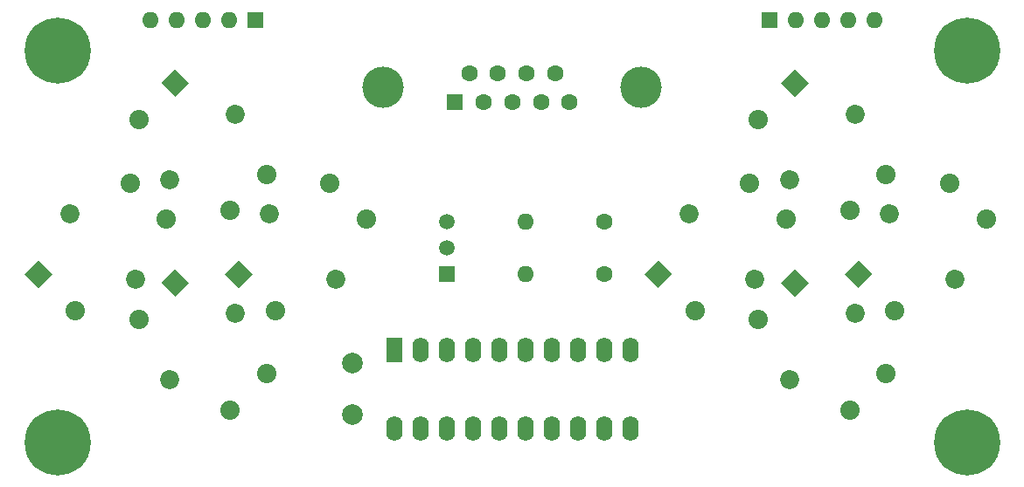
<source format=gts>
%TF.GenerationSoftware,KiCad,Pcbnew,5.1.10*%
%TF.CreationDate,2022-04-10T19:23:35-07:00*%
%TF.ProjectId,zf_vga_controller,7a665f76-6761-45f6-936f-6e74726f6c6c,rev?*%
%TF.SameCoordinates,Original*%
%TF.FileFunction,Soldermask,Top*%
%TF.FilePolarity,Negative*%
%FSLAX46Y46*%
G04 Gerber Fmt 4.6, Leading zero omitted, Abs format (unit mm)*
G04 Created by KiCad (PCBNEW 5.1.10) date 2022-04-10 19:23:35*
%MOMM*%
%LPD*%
G01*
G04 APERTURE LIST*
%ADD10O,1.600000X2.400000*%
%ADD11R,1.600000X2.400000*%
%ADD12C,1.850000*%
%ADD13C,1.875000*%
%ADD14C,0.100000*%
%ADD15C,6.400000*%
%ADD16C,2.000000*%
%ADD17R,1.600000X1.600000*%
%ADD18C,1.600000*%
%ADD19C,4.000000*%
%ADD20C,1.500000*%
%ADD21R,1.500000X1.500000*%
%ADD22O,1.600000X1.600000*%
G04 APERTURE END LIST*
D10*
%TO.C,U1*%
X178575000Y-72620000D03*
X201435000Y-65000000D03*
X181115000Y-72620000D03*
X198895000Y-65000000D03*
X183655000Y-72620000D03*
X196355000Y-65000000D03*
X186195000Y-72620000D03*
X193815000Y-65000000D03*
X188735000Y-72620000D03*
X191275000Y-65000000D03*
X191275000Y-72620000D03*
X188735000Y-65000000D03*
X193815000Y-72620000D03*
X186195000Y-65000000D03*
X196355000Y-72620000D03*
X183655000Y-65000000D03*
X198895000Y-72620000D03*
X181115000Y-65000000D03*
X201435000Y-72620000D03*
D11*
X178575000Y-65000000D03*
%TD*%
D12*
%TO.C,SW5*%
X213496374Y-58192029D03*
X207132412Y-51828067D03*
D13*
X216501577Y-52358398D03*
X212966043Y-48822864D03*
X207662743Y-61197232D03*
D14*
G36*
X204127209Y-58987523D02*
G01*
X202801384Y-57661698D01*
X204127209Y-56335873D01*
X205453034Y-57661698D01*
X204127209Y-58987523D01*
G37*
%TD*%
%TO.C,SW6*%
G36*
X216024282Y-39135501D02*
G01*
X217350107Y-37809676D01*
X218675932Y-39135501D01*
X217350107Y-40461326D01*
X216024282Y-39135501D01*
G37*
D13*
X213814573Y-42671035D03*
X226188941Y-47974335D03*
X222653407Y-51509869D03*
D12*
X223183738Y-42140704D03*
X216819776Y-48504666D03*
%TD*%
D15*
%TO.C,Mount1*%
X234000000Y-74000000D03*
%TD*%
%TO.C,Mount1*%
X234000000Y-36000000D03*
%TD*%
D12*
%TO.C,SW1*%
X156819776Y-48504666D03*
X163183738Y-42140704D03*
D13*
X162653407Y-51509869D03*
X166188941Y-47974335D03*
X153814573Y-42671035D03*
D14*
G36*
X156024282Y-39135501D02*
G01*
X157350107Y-37809676D01*
X158675932Y-39135501D01*
X157350107Y-40461326D01*
X156024282Y-39135501D01*
G37*
%TD*%
%TO.C,SW2*%
G36*
X156024282Y-58510227D02*
G01*
X157350107Y-57184402D01*
X158675932Y-58510227D01*
X157350107Y-59836052D01*
X156024282Y-58510227D01*
G37*
D13*
X153814573Y-62045761D03*
X166188941Y-67349061D03*
X162653407Y-70884595D03*
D12*
X163183738Y-61515430D03*
X156819776Y-67879392D03*
%TD*%
D14*
%TO.C,SW3*%
G36*
X144127209Y-58987523D02*
G01*
X142801384Y-57661698D01*
X144127209Y-56335873D01*
X145453034Y-57661698D01*
X144127209Y-58987523D01*
G37*
D13*
X147662743Y-61197232D03*
X152966043Y-48822864D03*
X156501577Y-52358398D03*
D12*
X147132412Y-51828067D03*
X153496374Y-58192029D03*
%TD*%
D14*
%TO.C,SW4*%
G36*
X163501936Y-58987523D02*
G01*
X162176111Y-57661698D01*
X163501936Y-56335873D01*
X164827761Y-57661698D01*
X163501936Y-58987523D01*
G37*
D13*
X167037470Y-61197232D03*
X172340770Y-48822864D03*
X175876304Y-52358398D03*
D12*
X166507139Y-51828067D03*
X172871101Y-58192029D03*
%TD*%
D15*
%TO.C,Mount1*%
X146000000Y-74000000D03*
%TD*%
%TO.C,Mount1*%
X146000000Y-36000000D03*
%TD*%
D12*
%TO.C,SW7*%
X216819776Y-67879392D03*
X223183738Y-61515430D03*
D13*
X222653407Y-70884595D03*
X226188941Y-67349061D03*
X213814573Y-62045761D03*
D14*
G36*
X216024282Y-58510227D02*
G01*
X217350107Y-57184402D01*
X218675932Y-58510227D01*
X217350107Y-59836052D01*
X216024282Y-58510227D01*
G37*
%TD*%
%TO.C,SW8*%
G36*
X223501936Y-58987523D02*
G01*
X222176111Y-57661698D01*
X223501936Y-56335873D01*
X224827761Y-57661698D01*
X223501936Y-58987523D01*
G37*
D13*
X227037470Y-61197232D03*
X232340770Y-48822864D03*
X235876304Y-52358398D03*
D12*
X226507139Y-51828067D03*
X232871101Y-58192029D03*
%TD*%
D16*
%TO.C,C1*%
X174500000Y-66300000D03*
X174500000Y-71300000D03*
%TD*%
D17*
%TO.C,J1*%
X184450000Y-41000000D03*
D18*
X187220000Y-41000000D03*
X189990000Y-41000000D03*
X192760000Y-41000000D03*
X195530000Y-41000000D03*
X185835000Y-38160000D03*
X188605000Y-38160000D03*
X191375000Y-38160000D03*
X194145000Y-38160000D03*
D19*
X202490000Y-39580000D03*
X177490000Y-39580000D03*
%TD*%
D20*
%TO.C,Q1*%
X183655000Y-55121698D03*
X183655000Y-52581698D03*
D21*
X183655000Y-57661698D03*
%TD*%
D18*
%TO.C,R1*%
X198895000Y-52581698D03*
D22*
X191275000Y-52581698D03*
%TD*%
%TO.C,R2*%
X191275000Y-57661698D03*
D18*
X198895000Y-57661698D03*
%TD*%
D17*
%TO.C,RN1*%
X165080000Y-33000000D03*
D22*
X162540000Y-33000000D03*
X160000000Y-33000000D03*
X157460000Y-33000000D03*
X154920000Y-33000000D03*
%TD*%
%TO.C,RN2*%
X225080000Y-33000000D03*
X222540000Y-33000000D03*
X220000000Y-33000000D03*
X217460000Y-33000000D03*
D17*
X214920000Y-33000000D03*
%TD*%
M02*

</source>
